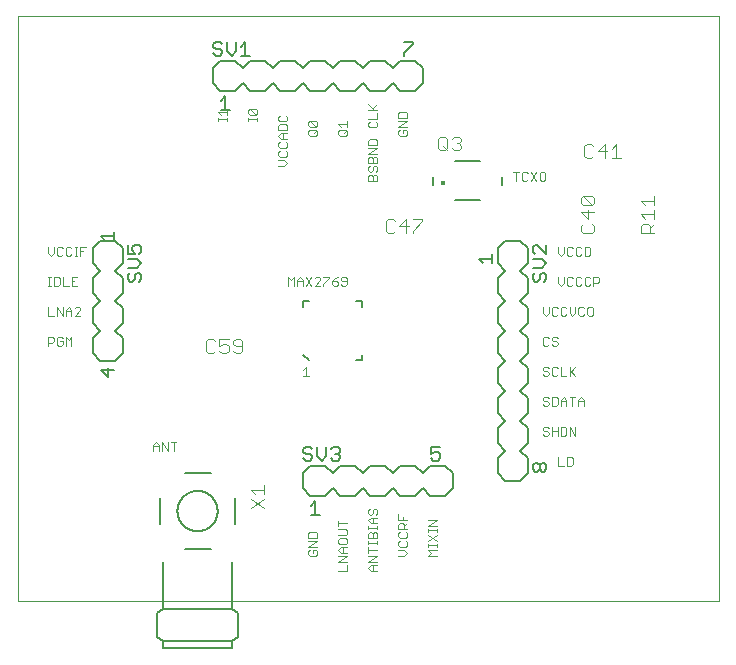
<source format=gto>
G75*
%MOIN*%
%OFA0B0*%
%FSLAX25Y25*%
%IPPOS*%
%LPD*%
%AMOC8*
5,1,8,0,0,1.08239X$1,22.5*
%
%ADD10C,0.00000*%
%ADD11C,0.00300*%
%ADD12C,0.00400*%
%ADD13C,0.00800*%
%ADD14C,0.01433*%
%ADD15C,0.00600*%
%ADD16C,0.00500*%
%ADD17C,0.00787*%
D10*
X0001000Y0017069D02*
X0001000Y0212030D01*
X0234701Y0212030D01*
X0234701Y0017069D01*
X0001000Y0017069D01*
D11*
X0046150Y0067219D02*
X0046150Y0069154D01*
X0047117Y0070122D01*
X0048085Y0069154D01*
X0048085Y0067219D01*
X0049097Y0067219D02*
X0049097Y0070122D01*
X0051031Y0067219D01*
X0051031Y0070122D01*
X0052043Y0070122D02*
X0053978Y0070122D01*
X0053011Y0070122D02*
X0053011Y0067219D01*
X0048085Y0068671D02*
X0046150Y0068671D01*
X0018978Y0102219D02*
X0018978Y0105122D01*
X0018011Y0104154D01*
X0017043Y0105122D01*
X0017043Y0102219D01*
X0016031Y0102703D02*
X0015548Y0102219D01*
X0014580Y0102219D01*
X0014097Y0102703D01*
X0014097Y0104638D01*
X0014580Y0105122D01*
X0015548Y0105122D01*
X0016031Y0104638D01*
X0016031Y0103671D02*
X0015064Y0103671D01*
X0016031Y0103671D02*
X0016031Y0102703D01*
X0013085Y0103671D02*
X0013085Y0104638D01*
X0012601Y0105122D01*
X0011150Y0105122D01*
X0011150Y0102219D01*
X0011150Y0103187D02*
X0012601Y0103187D01*
X0013085Y0103671D01*
X0013085Y0112219D02*
X0011150Y0112219D01*
X0011150Y0115122D01*
X0014097Y0115122D02*
X0016031Y0112219D01*
X0016031Y0115122D01*
X0017043Y0114154D02*
X0018011Y0115122D01*
X0018978Y0114154D01*
X0018978Y0112219D01*
X0019990Y0112219D02*
X0021925Y0114154D01*
X0021925Y0114638D01*
X0021441Y0115122D01*
X0020473Y0115122D01*
X0019990Y0114638D01*
X0018978Y0113671D02*
X0017043Y0113671D01*
X0017043Y0114154D02*
X0017043Y0112219D01*
X0014097Y0112219D02*
X0014097Y0115122D01*
X0019990Y0112219D02*
X0021925Y0112219D01*
X0020942Y0122219D02*
X0019007Y0122219D01*
X0019007Y0125122D01*
X0020942Y0125122D01*
X0019975Y0123671D02*
X0019007Y0123671D01*
X0017996Y0122219D02*
X0016061Y0122219D01*
X0016061Y0125122D01*
X0015049Y0124638D02*
X0014566Y0125122D01*
X0013114Y0125122D01*
X0013114Y0122219D01*
X0014566Y0122219D01*
X0015049Y0122703D01*
X0015049Y0124638D01*
X0012117Y0125122D02*
X0011150Y0125122D01*
X0011634Y0125122D02*
X0011634Y0122219D01*
X0012117Y0122219D02*
X0011150Y0122219D01*
X0012117Y0132219D02*
X0013085Y0133187D01*
X0013085Y0135122D01*
X0014097Y0134638D02*
X0014097Y0132703D01*
X0014580Y0132219D01*
X0015548Y0132219D01*
X0016031Y0132703D01*
X0017043Y0132703D02*
X0017527Y0132219D01*
X0018494Y0132219D01*
X0018978Y0132703D01*
X0019990Y0132219D02*
X0020957Y0132219D01*
X0020473Y0132219D02*
X0020473Y0135122D01*
X0019990Y0135122D02*
X0020957Y0135122D01*
X0021954Y0135122D02*
X0023889Y0135122D01*
X0022921Y0133671D02*
X0021954Y0133671D01*
X0021954Y0135122D02*
X0021954Y0132219D01*
X0018978Y0134638D02*
X0018494Y0135122D01*
X0017527Y0135122D01*
X0017043Y0134638D01*
X0017043Y0132703D01*
X0016031Y0134638D02*
X0015548Y0135122D01*
X0014580Y0135122D01*
X0014097Y0134638D01*
X0011150Y0135122D02*
X0011150Y0133187D01*
X0012117Y0132219D01*
X0067948Y0177219D02*
X0067948Y0178187D01*
X0067948Y0177703D02*
X0070850Y0177703D01*
X0070850Y0177219D02*
X0070850Y0178187D01*
X0070850Y0179184D02*
X0070850Y0181119D01*
X0070850Y0180151D02*
X0067948Y0180151D01*
X0068915Y0179184D01*
X0077948Y0179667D02*
X0077948Y0180635D01*
X0078431Y0181119D01*
X0080366Y0179184D01*
X0080850Y0179667D01*
X0080850Y0180635D01*
X0080366Y0181119D01*
X0078431Y0181119D01*
X0077948Y0179667D02*
X0078431Y0179184D01*
X0080366Y0179184D01*
X0080850Y0178187D02*
X0080850Y0177219D01*
X0080850Y0177703D02*
X0077948Y0177703D01*
X0077948Y0177219D02*
X0077948Y0178187D01*
X0087948Y0178403D02*
X0087948Y0177436D01*
X0088431Y0176952D01*
X0090366Y0176952D01*
X0090850Y0177436D01*
X0090850Y0178403D01*
X0090366Y0178887D01*
X0088431Y0178887D02*
X0087948Y0178403D01*
X0088431Y0175940D02*
X0087948Y0175457D01*
X0087948Y0174005D01*
X0090850Y0174005D01*
X0090850Y0175457D01*
X0090366Y0175940D01*
X0088431Y0175940D01*
X0088915Y0172994D02*
X0090850Y0172994D01*
X0089399Y0172994D02*
X0089399Y0171059D01*
X0088915Y0171059D02*
X0087948Y0172026D01*
X0088915Y0172994D01*
X0088915Y0171059D02*
X0090850Y0171059D01*
X0090366Y0170047D02*
X0090850Y0169564D01*
X0090850Y0168596D01*
X0090366Y0168112D01*
X0088431Y0168112D01*
X0087948Y0168596D01*
X0087948Y0169564D01*
X0088431Y0170047D01*
X0088431Y0167101D02*
X0087948Y0166617D01*
X0087948Y0165650D01*
X0088431Y0165166D01*
X0090366Y0165166D01*
X0090850Y0165650D01*
X0090850Y0166617D01*
X0090366Y0167101D01*
X0089883Y0164154D02*
X0087948Y0164154D01*
X0089883Y0164154D02*
X0090850Y0163187D01*
X0089883Y0162219D01*
X0087948Y0162219D01*
X0098431Y0172219D02*
X0097948Y0172703D01*
X0097948Y0173671D01*
X0098431Y0174154D01*
X0100366Y0174154D01*
X0100850Y0173671D01*
X0100850Y0172703D01*
X0100366Y0172219D01*
X0098431Y0172219D01*
X0099883Y0173187D02*
X0100850Y0174154D01*
X0100366Y0175166D02*
X0098431Y0175166D01*
X0097948Y0175650D01*
X0097948Y0176617D01*
X0098431Y0177101D01*
X0100366Y0175166D01*
X0100850Y0175650D01*
X0100850Y0176617D01*
X0100366Y0177101D01*
X0098431Y0177101D01*
X0107948Y0176133D02*
X0110850Y0176133D01*
X0110850Y0175166D02*
X0110850Y0177101D01*
X0108915Y0175166D02*
X0107948Y0176133D01*
X0108431Y0174154D02*
X0110366Y0174154D01*
X0110850Y0173671D01*
X0110850Y0172703D01*
X0110366Y0172219D01*
X0108431Y0172219D01*
X0107948Y0172703D01*
X0107948Y0173671D01*
X0108431Y0174154D01*
X0109883Y0173187D02*
X0110850Y0174154D01*
X0117948Y0175382D02*
X0118431Y0174898D01*
X0120366Y0174898D01*
X0120850Y0175382D01*
X0120850Y0176350D01*
X0120366Y0176833D01*
X0120850Y0177845D02*
X0120850Y0179780D01*
X0120850Y0180791D02*
X0117948Y0180791D01*
X0119399Y0181275D02*
X0120850Y0182726D01*
X0119883Y0180791D02*
X0117948Y0182726D01*
X0117948Y0177845D02*
X0120850Y0177845D01*
X0118431Y0176833D02*
X0117948Y0176350D01*
X0117948Y0175382D01*
X0118431Y0170940D02*
X0117948Y0170457D01*
X0117948Y0169005D01*
X0120850Y0169005D01*
X0120850Y0170457D01*
X0120366Y0170940D01*
X0118431Y0170940D01*
X0117948Y0167994D02*
X0120850Y0167994D01*
X0117948Y0166059D01*
X0120850Y0166059D01*
X0120366Y0165047D02*
X0120850Y0164564D01*
X0120850Y0163112D01*
X0117948Y0163112D01*
X0117948Y0164564D01*
X0118431Y0165047D01*
X0118915Y0165047D01*
X0119399Y0164564D01*
X0119399Y0163112D01*
X0119883Y0162101D02*
X0119399Y0161617D01*
X0119399Y0160650D01*
X0118915Y0160166D01*
X0118431Y0160166D01*
X0117948Y0160650D01*
X0117948Y0161617D01*
X0118431Y0162101D01*
X0119883Y0162101D02*
X0120366Y0162101D01*
X0120850Y0161617D01*
X0120850Y0160650D01*
X0120366Y0160166D01*
X0120366Y0159154D02*
X0120850Y0158671D01*
X0120850Y0157219D01*
X0117948Y0157219D01*
X0117948Y0158671D01*
X0118431Y0159154D01*
X0118915Y0159154D01*
X0119399Y0158671D01*
X0119399Y0157219D01*
X0119399Y0158671D02*
X0119883Y0159154D01*
X0120366Y0159154D01*
X0119399Y0164564D02*
X0119883Y0165047D01*
X0120366Y0165047D01*
X0127948Y0172703D02*
X0128431Y0172219D01*
X0130366Y0172219D01*
X0130850Y0172703D01*
X0130850Y0173671D01*
X0130366Y0174154D01*
X0129399Y0174154D01*
X0129399Y0173187D01*
X0128431Y0174154D02*
X0127948Y0173671D01*
X0127948Y0172703D01*
X0127948Y0175166D02*
X0130850Y0177101D01*
X0127948Y0177101D01*
X0127948Y0178112D02*
X0127948Y0179564D01*
X0128431Y0180047D01*
X0130366Y0180047D01*
X0130850Y0179564D01*
X0130850Y0178112D01*
X0127948Y0178112D01*
X0127948Y0175166D02*
X0130850Y0175166D01*
X0166150Y0160122D02*
X0168085Y0160122D01*
X0167117Y0160122D02*
X0167117Y0157219D01*
X0169097Y0157703D02*
X0169580Y0157219D01*
X0170548Y0157219D01*
X0171031Y0157703D01*
X0172043Y0157219D02*
X0173978Y0160122D01*
X0174990Y0159638D02*
X0175473Y0160122D01*
X0176441Y0160122D01*
X0176925Y0159638D01*
X0176925Y0157703D01*
X0176441Y0157219D01*
X0175473Y0157219D01*
X0174990Y0157703D01*
X0174990Y0159638D01*
X0173978Y0157219D02*
X0172043Y0160122D01*
X0171031Y0159638D02*
X0170548Y0160122D01*
X0169580Y0160122D01*
X0169097Y0159638D01*
X0169097Y0157703D01*
X0181150Y0135122D02*
X0181150Y0133187D01*
X0182117Y0132219D01*
X0183085Y0133187D01*
X0183085Y0135122D01*
X0184097Y0134638D02*
X0184097Y0132703D01*
X0184580Y0132219D01*
X0185548Y0132219D01*
X0186031Y0132703D01*
X0187043Y0132703D02*
X0187527Y0132219D01*
X0188494Y0132219D01*
X0188978Y0132703D01*
X0189990Y0132219D02*
X0191441Y0132219D01*
X0191925Y0132703D01*
X0191925Y0134638D01*
X0191441Y0135122D01*
X0189990Y0135122D01*
X0189990Y0132219D01*
X0188978Y0134638D02*
X0188494Y0135122D01*
X0187527Y0135122D01*
X0187043Y0134638D01*
X0187043Y0132703D01*
X0186031Y0134638D02*
X0185548Y0135122D01*
X0184580Y0135122D01*
X0184097Y0134638D01*
X0184580Y0125122D02*
X0184097Y0124638D01*
X0184097Y0122703D01*
X0184580Y0122219D01*
X0185548Y0122219D01*
X0186031Y0122703D01*
X0187043Y0122703D02*
X0187527Y0122219D01*
X0188494Y0122219D01*
X0188978Y0122703D01*
X0189990Y0122703D02*
X0190473Y0122219D01*
X0191441Y0122219D01*
X0191925Y0122703D01*
X0192936Y0122219D02*
X0192936Y0125122D01*
X0194387Y0125122D01*
X0194871Y0124638D01*
X0194871Y0123671D01*
X0194387Y0123187D01*
X0192936Y0123187D01*
X0191925Y0124638D02*
X0191441Y0125122D01*
X0190473Y0125122D01*
X0189990Y0124638D01*
X0189990Y0122703D01*
X0188978Y0124638D02*
X0188494Y0125122D01*
X0187527Y0125122D01*
X0187043Y0124638D01*
X0187043Y0122703D01*
X0186031Y0124638D02*
X0185548Y0125122D01*
X0184580Y0125122D01*
X0183085Y0125122D02*
X0183085Y0123187D01*
X0182117Y0122219D01*
X0181150Y0123187D01*
X0181150Y0125122D01*
X0180548Y0115122D02*
X0179580Y0115122D01*
X0179097Y0114638D01*
X0179097Y0112703D01*
X0179580Y0112219D01*
X0180548Y0112219D01*
X0181031Y0112703D01*
X0182043Y0112703D02*
X0182527Y0112219D01*
X0183494Y0112219D01*
X0183978Y0112703D01*
X0184990Y0113187D02*
X0185957Y0112219D01*
X0186925Y0113187D01*
X0186925Y0115122D01*
X0187936Y0114638D02*
X0187936Y0112703D01*
X0188420Y0112219D01*
X0189387Y0112219D01*
X0189871Y0112703D01*
X0190883Y0112703D02*
X0190883Y0114638D01*
X0191366Y0115122D01*
X0192334Y0115122D01*
X0192818Y0114638D01*
X0192818Y0112703D01*
X0192334Y0112219D01*
X0191366Y0112219D01*
X0190883Y0112703D01*
X0189871Y0114638D02*
X0189387Y0115122D01*
X0188420Y0115122D01*
X0187936Y0114638D01*
X0184990Y0115122D02*
X0184990Y0113187D01*
X0183978Y0114638D02*
X0183494Y0115122D01*
X0182527Y0115122D01*
X0182043Y0114638D01*
X0182043Y0112703D01*
X0181031Y0114638D02*
X0180548Y0115122D01*
X0178085Y0115122D02*
X0178085Y0113187D01*
X0177117Y0112219D01*
X0176150Y0113187D01*
X0176150Y0115122D01*
X0176634Y0105122D02*
X0176150Y0104638D01*
X0176150Y0102703D01*
X0176634Y0102219D01*
X0177601Y0102219D01*
X0178085Y0102703D01*
X0179097Y0102703D02*
X0179580Y0102219D01*
X0180548Y0102219D01*
X0181031Y0102703D01*
X0181031Y0103187D01*
X0180548Y0103671D01*
X0179580Y0103671D01*
X0179097Y0104154D01*
X0179097Y0104638D01*
X0179580Y0105122D01*
X0180548Y0105122D01*
X0181031Y0104638D01*
X0178085Y0104638D02*
X0177601Y0105122D01*
X0176634Y0105122D01*
X0176634Y0095122D02*
X0176150Y0094638D01*
X0176150Y0094154D01*
X0176634Y0093671D01*
X0177601Y0093671D01*
X0178085Y0093187D01*
X0178085Y0092703D01*
X0177601Y0092219D01*
X0176634Y0092219D01*
X0176150Y0092703D01*
X0176634Y0095122D02*
X0177601Y0095122D01*
X0178085Y0094638D01*
X0179097Y0094638D02*
X0179097Y0092703D01*
X0179580Y0092219D01*
X0180548Y0092219D01*
X0181031Y0092703D01*
X0182043Y0092219D02*
X0183978Y0092219D01*
X0184990Y0092219D02*
X0184990Y0095122D01*
X0185473Y0093671D02*
X0186925Y0092219D01*
X0184990Y0093187D02*
X0186925Y0095122D01*
X0182043Y0095122D02*
X0182043Y0092219D01*
X0181031Y0094638D02*
X0180548Y0095122D01*
X0179580Y0095122D01*
X0179097Y0094638D01*
X0179097Y0085122D02*
X0180548Y0085122D01*
X0181031Y0084638D01*
X0181031Y0082703D01*
X0180548Y0082219D01*
X0179097Y0082219D01*
X0179097Y0085122D01*
X0178085Y0084638D02*
X0177601Y0085122D01*
X0176634Y0085122D01*
X0176150Y0084638D01*
X0176150Y0084154D01*
X0176634Y0083671D01*
X0177601Y0083671D01*
X0178085Y0083187D01*
X0178085Y0082703D01*
X0177601Y0082219D01*
X0176634Y0082219D01*
X0176150Y0082703D01*
X0182043Y0082219D02*
X0182043Y0084154D01*
X0183011Y0085122D01*
X0183978Y0084154D01*
X0183978Y0082219D01*
X0183978Y0083671D02*
X0182043Y0083671D01*
X0184990Y0085122D02*
X0186925Y0085122D01*
X0185957Y0085122D02*
X0185957Y0082219D01*
X0187936Y0082219D02*
X0187936Y0084154D01*
X0188904Y0085122D01*
X0189871Y0084154D01*
X0189871Y0082219D01*
X0189871Y0083671D02*
X0187936Y0083671D01*
X0186925Y0075122D02*
X0186925Y0072219D01*
X0184990Y0075122D01*
X0184990Y0072219D01*
X0183978Y0072703D02*
X0183494Y0072219D01*
X0182043Y0072219D01*
X0182043Y0075122D01*
X0183494Y0075122D01*
X0183978Y0074638D01*
X0183978Y0072703D01*
X0181031Y0072219D02*
X0181031Y0075122D01*
X0181031Y0073671D02*
X0179097Y0073671D01*
X0178085Y0073187D02*
X0178085Y0072703D01*
X0177601Y0072219D01*
X0176634Y0072219D01*
X0176150Y0072703D01*
X0176634Y0073671D02*
X0177601Y0073671D01*
X0178085Y0073187D01*
X0179097Y0072219D02*
X0179097Y0075122D01*
X0178085Y0074638D02*
X0177601Y0075122D01*
X0176634Y0075122D01*
X0176150Y0074638D01*
X0176150Y0074154D01*
X0176634Y0073671D01*
X0181150Y0065122D02*
X0181150Y0062219D01*
X0183085Y0062219D01*
X0184097Y0062219D02*
X0184097Y0065122D01*
X0185548Y0065122D01*
X0186031Y0064638D01*
X0186031Y0062703D01*
X0185548Y0062219D01*
X0184097Y0062219D01*
X0140850Y0043976D02*
X0137948Y0043976D01*
X0137948Y0042041D02*
X0140850Y0043976D01*
X0140850Y0042041D02*
X0137948Y0042041D01*
X0137948Y0041044D02*
X0137948Y0040077D01*
X0137948Y0040560D02*
X0140850Y0040560D01*
X0140850Y0040077D02*
X0140850Y0041044D01*
X0140850Y0039065D02*
X0137948Y0037130D01*
X0137948Y0036133D02*
X0137948Y0035166D01*
X0137948Y0035650D02*
X0140850Y0035650D01*
X0140850Y0036133D02*
X0140850Y0035166D01*
X0140850Y0034154D02*
X0137948Y0034154D01*
X0138915Y0033187D01*
X0137948Y0032219D01*
X0140850Y0032219D01*
X0140850Y0037130D02*
X0137948Y0039065D01*
X0130850Y0038596D02*
X0130366Y0038112D01*
X0128431Y0038112D01*
X0127948Y0038596D01*
X0127948Y0039564D01*
X0128431Y0040047D01*
X0127948Y0041059D02*
X0127948Y0042510D01*
X0128431Y0042994D01*
X0129399Y0042994D01*
X0129883Y0042510D01*
X0129883Y0041059D01*
X0130850Y0041059D02*
X0127948Y0041059D01*
X0129883Y0042026D02*
X0130850Y0042994D01*
X0130850Y0044005D02*
X0127948Y0044005D01*
X0127948Y0045940D01*
X0129399Y0044973D02*
X0129399Y0044005D01*
X0130366Y0040047D02*
X0130850Y0039564D01*
X0130850Y0038596D01*
X0130366Y0037101D02*
X0130850Y0036617D01*
X0130850Y0035650D01*
X0130366Y0035166D01*
X0128431Y0035166D01*
X0127948Y0035650D01*
X0127948Y0036617D01*
X0128431Y0037101D01*
X0127948Y0034154D02*
X0129883Y0034154D01*
X0130850Y0033187D01*
X0129883Y0032219D01*
X0127948Y0032219D01*
X0120850Y0032101D02*
X0117948Y0032101D01*
X0117948Y0033112D02*
X0117948Y0035047D01*
X0117948Y0034080D02*
X0120850Y0034080D01*
X0120850Y0036059D02*
X0120850Y0037026D01*
X0120850Y0036543D02*
X0117948Y0036543D01*
X0117948Y0037026D02*
X0117948Y0036059D01*
X0117948Y0038023D02*
X0117948Y0039474D01*
X0118431Y0039958D01*
X0118915Y0039958D01*
X0119399Y0039474D01*
X0119399Y0038023D01*
X0120850Y0038023D02*
X0117948Y0038023D01*
X0119399Y0039474D02*
X0119883Y0039958D01*
X0120366Y0039958D01*
X0120850Y0039474D01*
X0120850Y0038023D01*
X0120850Y0040970D02*
X0120850Y0041937D01*
X0120850Y0041453D02*
X0117948Y0041453D01*
X0117948Y0040970D02*
X0117948Y0041937D01*
X0118915Y0042934D02*
X0117948Y0043902D01*
X0118915Y0044869D01*
X0120850Y0044869D01*
X0120366Y0045881D02*
X0120850Y0046364D01*
X0120850Y0047332D01*
X0120366Y0047816D01*
X0119883Y0047816D01*
X0119399Y0047332D01*
X0119399Y0046364D01*
X0118915Y0045881D01*
X0118431Y0045881D01*
X0117948Y0046364D01*
X0117948Y0047332D01*
X0118431Y0047816D01*
X0119399Y0044869D02*
X0119399Y0042934D01*
X0118915Y0042934D02*
X0120850Y0042934D01*
X0110850Y0042919D02*
X0107948Y0042919D01*
X0107948Y0041952D02*
X0107948Y0043887D01*
X0107948Y0040940D02*
X0110366Y0040940D01*
X0110850Y0040457D01*
X0110850Y0039489D01*
X0110366Y0039005D01*
X0107948Y0039005D01*
X0108431Y0037994D02*
X0107948Y0037510D01*
X0107948Y0036543D01*
X0108431Y0036059D01*
X0110366Y0036059D01*
X0110850Y0036543D01*
X0110850Y0037510D01*
X0110366Y0037994D01*
X0108431Y0037994D01*
X0108915Y0035047D02*
X0110850Y0035047D01*
X0109399Y0035047D02*
X0109399Y0033112D01*
X0108915Y0033112D02*
X0107948Y0034080D01*
X0108915Y0035047D01*
X0108915Y0033112D02*
X0110850Y0033112D01*
X0110850Y0032101D02*
X0107948Y0032101D01*
X0107948Y0030166D02*
X0110850Y0032101D01*
X0110850Y0030166D02*
X0107948Y0030166D01*
X0110850Y0029154D02*
X0110850Y0027219D01*
X0107948Y0027219D01*
X0100850Y0032703D02*
X0100850Y0033671D01*
X0100366Y0034154D01*
X0099399Y0034154D01*
X0099399Y0033187D01*
X0098431Y0032219D02*
X0100366Y0032219D01*
X0100850Y0032703D01*
X0100850Y0035166D02*
X0097948Y0035166D01*
X0100850Y0037101D01*
X0097948Y0037101D01*
X0097948Y0038112D02*
X0097948Y0039564D01*
X0098431Y0040047D01*
X0100366Y0040047D01*
X0100850Y0039564D01*
X0100850Y0038112D01*
X0097948Y0038112D01*
X0098431Y0034154D02*
X0097948Y0033671D01*
X0097948Y0032703D01*
X0098431Y0032219D01*
X0117948Y0030166D02*
X0120850Y0032101D01*
X0120850Y0030166D02*
X0117948Y0030166D01*
X0118915Y0029154D02*
X0120850Y0029154D01*
X0119399Y0029154D02*
X0119399Y0027219D01*
X0118915Y0027219D02*
X0117948Y0028187D01*
X0118915Y0029154D01*
X0118915Y0027219D02*
X0120850Y0027219D01*
X0098085Y0092219D02*
X0096150Y0092219D01*
X0097117Y0092219D02*
X0097117Y0095122D01*
X0096150Y0094154D01*
X0096031Y0122219D02*
X0096031Y0124154D01*
X0095064Y0125122D01*
X0094097Y0124154D01*
X0094097Y0122219D01*
X0093085Y0122219D02*
X0093085Y0125122D01*
X0092117Y0124154D01*
X0091150Y0125122D01*
X0091150Y0122219D01*
X0094097Y0123671D02*
X0096031Y0123671D01*
X0097043Y0125122D02*
X0098978Y0122219D01*
X0099990Y0122219D02*
X0101925Y0124154D01*
X0101925Y0124638D01*
X0101441Y0125122D01*
X0100473Y0125122D01*
X0099990Y0124638D01*
X0098978Y0125122D02*
X0097043Y0122219D01*
X0099990Y0122219D02*
X0101925Y0122219D01*
X0102936Y0122219D02*
X0102936Y0122703D01*
X0104871Y0124638D01*
X0104871Y0125122D01*
X0102936Y0125122D01*
X0105883Y0123671D02*
X0105883Y0122703D01*
X0106366Y0122219D01*
X0107334Y0122219D01*
X0107818Y0122703D01*
X0107818Y0123187D01*
X0107334Y0123671D01*
X0105883Y0123671D01*
X0106850Y0124638D01*
X0107818Y0125122D01*
X0108829Y0124638D02*
X0108829Y0124154D01*
X0109313Y0123671D01*
X0110764Y0123671D01*
X0110764Y0124638D02*
X0110280Y0125122D01*
X0109313Y0125122D01*
X0108829Y0124638D01*
X0108829Y0122703D02*
X0109313Y0122219D01*
X0110280Y0122219D01*
X0110764Y0122703D01*
X0110764Y0124638D01*
D12*
X0124467Y0139769D02*
X0126002Y0139769D01*
X0126769Y0140537D01*
X0128304Y0142071D02*
X0131373Y0142071D01*
X0132908Y0140537D02*
X0132908Y0139769D01*
X0132908Y0140537D02*
X0135977Y0143606D01*
X0135977Y0144373D01*
X0132908Y0144373D01*
X0130606Y0144373D02*
X0128304Y0142071D01*
X0126769Y0143606D02*
X0126002Y0144373D01*
X0124467Y0144373D01*
X0123700Y0143606D01*
X0123700Y0140537D01*
X0124467Y0139769D01*
X0130606Y0139769D02*
X0130606Y0144373D01*
X0141967Y0167269D02*
X0141200Y0168037D01*
X0141200Y0171106D01*
X0141967Y0171873D01*
X0143502Y0171873D01*
X0144269Y0171106D01*
X0144269Y0168037D01*
X0143502Y0167269D01*
X0141967Y0167269D01*
X0142735Y0168804D02*
X0144269Y0167269D01*
X0145804Y0168037D02*
X0146571Y0167269D01*
X0148106Y0167269D01*
X0148873Y0168037D01*
X0148873Y0168804D01*
X0148106Y0169571D01*
X0147339Y0169571D01*
X0148106Y0169571D02*
X0148873Y0170339D01*
X0148873Y0171106D01*
X0148106Y0171873D01*
X0146571Y0171873D01*
X0145804Y0171106D01*
X0189888Y0168606D02*
X0189888Y0165537D01*
X0190656Y0164769D01*
X0192190Y0164769D01*
X0192957Y0165537D01*
X0194492Y0167071D02*
X0197561Y0167071D01*
X0199096Y0167839D02*
X0200631Y0169373D01*
X0200631Y0164769D01*
X0202165Y0164769D02*
X0199096Y0164769D01*
X0196794Y0164769D02*
X0196794Y0169373D01*
X0194492Y0167071D01*
X0192957Y0168606D02*
X0192190Y0169373D01*
X0190656Y0169373D01*
X0189888Y0168606D01*
X0189463Y0152046D02*
X0192533Y0148977D01*
X0193300Y0149744D01*
X0193300Y0151279D01*
X0192533Y0152046D01*
X0189463Y0152046D01*
X0188696Y0151279D01*
X0188696Y0149744D01*
X0189463Y0148977D01*
X0192533Y0148977D01*
X0190998Y0147442D02*
X0190998Y0144373D01*
X0188696Y0146675D01*
X0193300Y0146675D01*
X0192533Y0142839D02*
X0193300Y0142071D01*
X0193300Y0140537D01*
X0192533Y0139769D01*
X0189463Y0139769D01*
X0188696Y0140537D01*
X0188696Y0142071D01*
X0189463Y0142839D01*
X0208696Y0142071D02*
X0208696Y0139769D01*
X0213300Y0139769D01*
X0211765Y0139769D02*
X0211765Y0142071D01*
X0210998Y0142839D01*
X0209463Y0142839D01*
X0208696Y0142071D01*
X0210231Y0144373D02*
X0208696Y0145908D01*
X0213300Y0145908D01*
X0213300Y0147442D02*
X0213300Y0144373D01*
X0213300Y0142839D02*
X0211765Y0141304D01*
X0210231Y0148977D02*
X0208696Y0150512D01*
X0213300Y0150512D01*
X0213300Y0152046D02*
X0213300Y0148977D01*
X0083300Y0055735D02*
X0083300Y0052665D01*
X0083300Y0051131D02*
X0078696Y0048061D01*
X0078696Y0051131D02*
X0083300Y0048061D01*
X0080231Y0052665D02*
X0078696Y0054200D01*
X0083300Y0054200D01*
X0075210Y0099769D02*
X0075977Y0100537D01*
X0075977Y0103606D01*
X0075210Y0104373D01*
X0073675Y0104373D01*
X0072908Y0103606D01*
X0072908Y0102839D01*
X0073675Y0102071D01*
X0075977Y0102071D01*
X0075210Y0099769D02*
X0073675Y0099769D01*
X0072908Y0100537D01*
X0071373Y0100537D02*
X0070606Y0099769D01*
X0069071Y0099769D01*
X0068304Y0100537D01*
X0068304Y0102071D02*
X0069839Y0102839D01*
X0070606Y0102839D01*
X0071373Y0102071D01*
X0071373Y0100537D01*
X0071373Y0104373D02*
X0068304Y0104373D01*
X0068304Y0102071D01*
X0066769Y0100537D02*
X0066002Y0099769D01*
X0064467Y0099769D01*
X0063700Y0100537D01*
X0063700Y0103606D01*
X0064467Y0104373D01*
X0066002Y0104373D01*
X0066769Y0103606D01*
D13*
X0065331Y0059668D02*
X0056669Y0059668D01*
X0048402Y0051400D02*
X0048402Y0042739D01*
X0056669Y0034471D02*
X0065331Y0034471D01*
X0072417Y0030140D02*
X0072417Y0014392D01*
X0049583Y0014392D01*
X0047614Y0013211D01*
X0047614Y0004943D01*
X0049583Y0003762D01*
X0072417Y0003762D01*
X0072417Y0001400D01*
X0049583Y0001400D01*
X0049583Y0003762D01*
X0049583Y0014392D02*
X0049583Y0030140D01*
X0054307Y0047069D02*
X0054309Y0047233D01*
X0054315Y0047397D01*
X0054325Y0047561D01*
X0054339Y0047725D01*
X0054357Y0047888D01*
X0054379Y0048051D01*
X0054406Y0048213D01*
X0054436Y0048375D01*
X0054470Y0048535D01*
X0054508Y0048695D01*
X0054549Y0048854D01*
X0054595Y0049012D01*
X0054645Y0049168D01*
X0054698Y0049324D01*
X0054755Y0049478D01*
X0054816Y0049630D01*
X0054881Y0049781D01*
X0054950Y0049931D01*
X0055022Y0050078D01*
X0055097Y0050224D01*
X0055177Y0050368D01*
X0055259Y0050510D01*
X0055345Y0050650D01*
X0055435Y0050787D01*
X0055528Y0050923D01*
X0055624Y0051056D01*
X0055724Y0051187D01*
X0055826Y0051315D01*
X0055932Y0051441D01*
X0056041Y0051564D01*
X0056153Y0051684D01*
X0056267Y0051802D01*
X0056385Y0051916D01*
X0056505Y0052028D01*
X0056628Y0052137D01*
X0056754Y0052243D01*
X0056882Y0052345D01*
X0057013Y0052445D01*
X0057146Y0052541D01*
X0057282Y0052634D01*
X0057419Y0052724D01*
X0057559Y0052810D01*
X0057701Y0052892D01*
X0057845Y0052972D01*
X0057991Y0053047D01*
X0058138Y0053119D01*
X0058288Y0053188D01*
X0058439Y0053253D01*
X0058591Y0053314D01*
X0058745Y0053371D01*
X0058901Y0053424D01*
X0059057Y0053474D01*
X0059215Y0053520D01*
X0059374Y0053561D01*
X0059534Y0053599D01*
X0059694Y0053633D01*
X0059856Y0053663D01*
X0060018Y0053690D01*
X0060181Y0053712D01*
X0060344Y0053730D01*
X0060508Y0053744D01*
X0060672Y0053754D01*
X0060836Y0053760D01*
X0061000Y0053762D01*
X0061164Y0053760D01*
X0061328Y0053754D01*
X0061492Y0053744D01*
X0061656Y0053730D01*
X0061819Y0053712D01*
X0061982Y0053690D01*
X0062144Y0053663D01*
X0062306Y0053633D01*
X0062466Y0053599D01*
X0062626Y0053561D01*
X0062785Y0053520D01*
X0062943Y0053474D01*
X0063099Y0053424D01*
X0063255Y0053371D01*
X0063409Y0053314D01*
X0063561Y0053253D01*
X0063712Y0053188D01*
X0063862Y0053119D01*
X0064009Y0053047D01*
X0064155Y0052972D01*
X0064299Y0052892D01*
X0064441Y0052810D01*
X0064581Y0052724D01*
X0064718Y0052634D01*
X0064854Y0052541D01*
X0064987Y0052445D01*
X0065118Y0052345D01*
X0065246Y0052243D01*
X0065372Y0052137D01*
X0065495Y0052028D01*
X0065615Y0051916D01*
X0065733Y0051802D01*
X0065847Y0051684D01*
X0065959Y0051564D01*
X0066068Y0051441D01*
X0066174Y0051315D01*
X0066276Y0051187D01*
X0066376Y0051056D01*
X0066472Y0050923D01*
X0066565Y0050787D01*
X0066655Y0050650D01*
X0066741Y0050510D01*
X0066823Y0050368D01*
X0066903Y0050224D01*
X0066978Y0050078D01*
X0067050Y0049931D01*
X0067119Y0049781D01*
X0067184Y0049630D01*
X0067245Y0049478D01*
X0067302Y0049324D01*
X0067355Y0049168D01*
X0067405Y0049012D01*
X0067451Y0048854D01*
X0067492Y0048695D01*
X0067530Y0048535D01*
X0067564Y0048375D01*
X0067594Y0048213D01*
X0067621Y0048051D01*
X0067643Y0047888D01*
X0067661Y0047725D01*
X0067675Y0047561D01*
X0067685Y0047397D01*
X0067691Y0047233D01*
X0067693Y0047069D01*
X0067691Y0046905D01*
X0067685Y0046741D01*
X0067675Y0046577D01*
X0067661Y0046413D01*
X0067643Y0046250D01*
X0067621Y0046087D01*
X0067594Y0045925D01*
X0067564Y0045763D01*
X0067530Y0045603D01*
X0067492Y0045443D01*
X0067451Y0045284D01*
X0067405Y0045126D01*
X0067355Y0044970D01*
X0067302Y0044814D01*
X0067245Y0044660D01*
X0067184Y0044508D01*
X0067119Y0044357D01*
X0067050Y0044207D01*
X0066978Y0044060D01*
X0066903Y0043914D01*
X0066823Y0043770D01*
X0066741Y0043628D01*
X0066655Y0043488D01*
X0066565Y0043351D01*
X0066472Y0043215D01*
X0066376Y0043082D01*
X0066276Y0042951D01*
X0066174Y0042823D01*
X0066068Y0042697D01*
X0065959Y0042574D01*
X0065847Y0042454D01*
X0065733Y0042336D01*
X0065615Y0042222D01*
X0065495Y0042110D01*
X0065372Y0042001D01*
X0065246Y0041895D01*
X0065118Y0041793D01*
X0064987Y0041693D01*
X0064854Y0041597D01*
X0064718Y0041504D01*
X0064581Y0041414D01*
X0064441Y0041328D01*
X0064299Y0041246D01*
X0064155Y0041166D01*
X0064009Y0041091D01*
X0063862Y0041019D01*
X0063712Y0040950D01*
X0063561Y0040885D01*
X0063409Y0040824D01*
X0063255Y0040767D01*
X0063099Y0040714D01*
X0062943Y0040664D01*
X0062785Y0040618D01*
X0062626Y0040577D01*
X0062466Y0040539D01*
X0062306Y0040505D01*
X0062144Y0040475D01*
X0061982Y0040448D01*
X0061819Y0040426D01*
X0061656Y0040408D01*
X0061492Y0040394D01*
X0061328Y0040384D01*
X0061164Y0040378D01*
X0061000Y0040376D01*
X0060836Y0040378D01*
X0060672Y0040384D01*
X0060508Y0040394D01*
X0060344Y0040408D01*
X0060181Y0040426D01*
X0060018Y0040448D01*
X0059856Y0040475D01*
X0059694Y0040505D01*
X0059534Y0040539D01*
X0059374Y0040577D01*
X0059215Y0040618D01*
X0059057Y0040664D01*
X0058901Y0040714D01*
X0058745Y0040767D01*
X0058591Y0040824D01*
X0058439Y0040885D01*
X0058288Y0040950D01*
X0058138Y0041019D01*
X0057991Y0041091D01*
X0057845Y0041166D01*
X0057701Y0041246D01*
X0057559Y0041328D01*
X0057419Y0041414D01*
X0057282Y0041504D01*
X0057146Y0041597D01*
X0057013Y0041693D01*
X0056882Y0041793D01*
X0056754Y0041895D01*
X0056628Y0042001D01*
X0056505Y0042110D01*
X0056385Y0042222D01*
X0056267Y0042336D01*
X0056153Y0042454D01*
X0056041Y0042574D01*
X0055932Y0042697D01*
X0055826Y0042823D01*
X0055724Y0042951D01*
X0055624Y0043082D01*
X0055528Y0043215D01*
X0055435Y0043351D01*
X0055345Y0043488D01*
X0055259Y0043628D01*
X0055177Y0043770D01*
X0055097Y0043914D01*
X0055022Y0044060D01*
X0054950Y0044207D01*
X0054881Y0044357D01*
X0054816Y0044508D01*
X0054755Y0044660D01*
X0054698Y0044814D01*
X0054645Y0044970D01*
X0054595Y0045126D01*
X0054549Y0045284D01*
X0054508Y0045443D01*
X0054470Y0045603D01*
X0054436Y0045763D01*
X0054406Y0045925D01*
X0054379Y0046087D01*
X0054357Y0046250D01*
X0054339Y0046413D01*
X0054325Y0046577D01*
X0054315Y0046741D01*
X0054309Y0046905D01*
X0054307Y0047069D01*
X0073598Y0042739D02*
X0073598Y0051400D01*
X0072417Y0014392D02*
X0074386Y0013211D01*
X0074386Y0004943D01*
X0072417Y0003762D01*
X0146866Y0150573D02*
X0155134Y0150573D01*
X0162417Y0155888D02*
X0162417Y0158250D01*
X0155134Y0163565D02*
X0146866Y0163565D01*
X0139583Y0158250D02*
X0139583Y0155888D01*
D14*
X0142929Y0156282D03*
D15*
X0163500Y0137069D02*
X0161000Y0134569D01*
X0161000Y0129569D01*
X0163500Y0127069D01*
X0161000Y0124569D01*
X0161000Y0119569D01*
X0163500Y0117069D01*
X0161000Y0114569D01*
X0161000Y0109569D01*
X0163500Y0107069D01*
X0161000Y0104569D01*
X0161000Y0099569D01*
X0163500Y0097069D01*
X0161000Y0094569D01*
X0161000Y0089569D01*
X0163500Y0087069D01*
X0161000Y0084569D01*
X0161000Y0079569D01*
X0163500Y0077069D01*
X0161000Y0074569D01*
X0161000Y0069569D01*
X0163500Y0067069D01*
X0161000Y0064569D01*
X0161000Y0059569D01*
X0163500Y0057069D01*
X0168500Y0057069D01*
X0171000Y0059569D01*
X0171000Y0064569D01*
X0168500Y0067069D01*
X0171000Y0069569D01*
X0171000Y0074569D01*
X0168500Y0077069D01*
X0171000Y0079569D01*
X0171000Y0084569D01*
X0168500Y0087069D01*
X0171000Y0089569D01*
X0171000Y0094569D01*
X0168500Y0097069D01*
X0171000Y0099569D01*
X0171000Y0104569D01*
X0168500Y0107069D01*
X0171000Y0109569D01*
X0171000Y0114569D01*
X0168500Y0117069D01*
X0171000Y0119569D01*
X0171000Y0124569D01*
X0168500Y0127069D01*
X0171000Y0129569D01*
X0171000Y0134569D01*
X0168500Y0137069D01*
X0163500Y0137069D01*
X0133500Y0187069D02*
X0128500Y0187069D01*
X0126000Y0189569D01*
X0123500Y0187069D01*
X0118500Y0187069D01*
X0116000Y0189569D01*
X0113500Y0187069D01*
X0108500Y0187069D01*
X0106000Y0189569D01*
X0103500Y0187069D01*
X0098500Y0187069D01*
X0096000Y0189569D01*
X0093500Y0187069D01*
X0088500Y0187069D01*
X0086000Y0189569D01*
X0083500Y0187069D01*
X0078500Y0187069D01*
X0076000Y0189569D01*
X0073500Y0187069D01*
X0068500Y0187069D01*
X0066000Y0189569D01*
X0066000Y0194569D01*
X0068500Y0197069D01*
X0073500Y0197069D01*
X0076000Y0194569D01*
X0078500Y0197069D01*
X0083500Y0197069D01*
X0086000Y0194569D01*
X0088500Y0197069D01*
X0093500Y0197069D01*
X0096000Y0194569D01*
X0098500Y0197069D01*
X0103500Y0197069D01*
X0106000Y0194569D01*
X0108500Y0197069D01*
X0113500Y0197069D01*
X0116000Y0194569D01*
X0118500Y0197069D01*
X0123500Y0197069D01*
X0126000Y0194569D01*
X0128500Y0197069D01*
X0133500Y0197069D01*
X0136000Y0194569D01*
X0136000Y0189569D01*
X0133500Y0187069D01*
X0036000Y0134569D02*
X0036000Y0129569D01*
X0033500Y0127069D01*
X0036000Y0124569D01*
X0036000Y0119569D01*
X0033500Y0117069D01*
X0036000Y0114569D01*
X0036000Y0109569D01*
X0033500Y0107069D01*
X0036000Y0104569D01*
X0036000Y0099569D01*
X0033500Y0097069D01*
X0028500Y0097069D01*
X0026000Y0099569D01*
X0026000Y0104569D01*
X0028500Y0107069D01*
X0026000Y0109569D01*
X0026000Y0114569D01*
X0028500Y0117069D01*
X0026000Y0119569D01*
X0026000Y0124569D01*
X0028500Y0127069D01*
X0026000Y0129569D01*
X0026000Y0134569D01*
X0028500Y0137069D01*
X0033500Y0137069D01*
X0036000Y0134569D01*
X0098500Y0062069D02*
X0096000Y0059569D01*
X0096000Y0054569D01*
X0098500Y0052069D01*
X0103500Y0052069D01*
X0106000Y0054569D01*
X0108500Y0052069D01*
X0113500Y0052069D01*
X0116000Y0054569D01*
X0118500Y0052069D01*
X0123500Y0052069D01*
X0126000Y0054569D01*
X0128500Y0052069D01*
X0133500Y0052069D01*
X0136000Y0054569D01*
X0138500Y0052069D01*
X0143500Y0052069D01*
X0146000Y0054569D01*
X0146000Y0059569D01*
X0143500Y0062069D01*
X0138500Y0062069D01*
X0136000Y0059569D01*
X0133500Y0062069D01*
X0128500Y0062069D01*
X0126000Y0059569D01*
X0123500Y0062069D01*
X0118500Y0062069D01*
X0116000Y0059569D01*
X0113500Y0062069D01*
X0108500Y0062069D01*
X0106000Y0059569D01*
X0103500Y0062069D01*
X0098500Y0062069D01*
D16*
X0098502Y0063819D02*
X0097001Y0063819D01*
X0096250Y0064570D01*
X0097001Y0066071D02*
X0098502Y0066071D01*
X0099253Y0065321D01*
X0099253Y0064570D01*
X0098502Y0063819D01*
X0100854Y0065321D02*
X0102355Y0063819D01*
X0103856Y0065321D01*
X0103856Y0068323D01*
X0105458Y0067572D02*
X0106208Y0068323D01*
X0107710Y0068323D01*
X0108460Y0067572D01*
X0108460Y0066822D01*
X0107710Y0066071D01*
X0108460Y0065321D01*
X0108460Y0064570D01*
X0107710Y0063819D01*
X0106208Y0063819D01*
X0105458Y0064570D01*
X0106959Y0066071D02*
X0107710Y0066071D01*
X0100854Y0065321D02*
X0100854Y0068323D01*
X0099253Y0067572D02*
X0098502Y0068323D01*
X0097001Y0068323D01*
X0096250Y0067572D01*
X0096250Y0066822D01*
X0097001Y0066071D01*
X0100251Y0050323D02*
X0100251Y0045819D01*
X0098750Y0045819D02*
X0101753Y0045819D01*
X0098750Y0048822D02*
X0100251Y0050323D01*
X0138750Y0064570D02*
X0139501Y0063819D01*
X0141002Y0063819D01*
X0141753Y0064570D01*
X0141753Y0066071D01*
X0141002Y0066822D01*
X0140251Y0066822D01*
X0138750Y0066071D01*
X0138750Y0068323D01*
X0141753Y0068323D01*
X0172746Y0062467D02*
X0172746Y0060966D01*
X0173497Y0060215D01*
X0174247Y0060215D01*
X0174998Y0060966D01*
X0174998Y0062467D01*
X0175749Y0063218D01*
X0176499Y0063218D01*
X0177250Y0062467D01*
X0177250Y0060966D01*
X0176499Y0060215D01*
X0175749Y0060215D01*
X0174998Y0060966D01*
X0174998Y0062467D02*
X0174247Y0063218D01*
X0173497Y0063218D01*
X0172746Y0062467D01*
X0173497Y0123507D02*
X0174247Y0123507D01*
X0174998Y0124258D01*
X0174998Y0125759D01*
X0175749Y0126510D01*
X0176499Y0126510D01*
X0177250Y0125759D01*
X0177250Y0124258D01*
X0176499Y0123507D01*
X0173497Y0123507D02*
X0172746Y0124258D01*
X0172746Y0125759D01*
X0173497Y0126510D01*
X0172746Y0128111D02*
X0175749Y0128111D01*
X0177250Y0129613D01*
X0175749Y0131114D01*
X0172746Y0131114D01*
X0173497Y0132715D02*
X0172746Y0133466D01*
X0172746Y0134967D01*
X0173497Y0135718D01*
X0174247Y0135718D01*
X0177250Y0132715D01*
X0177250Y0135718D01*
X0159250Y0132718D02*
X0159250Y0129715D01*
X0159250Y0131217D02*
X0154746Y0131217D01*
X0156247Y0129715D01*
X0129750Y0198819D02*
X0129750Y0199570D01*
X0132753Y0202572D01*
X0132753Y0203323D01*
X0129750Y0203323D01*
X0078460Y0198819D02*
X0075458Y0198819D01*
X0076959Y0198819D02*
X0076959Y0203323D01*
X0075458Y0201822D01*
X0073856Y0200321D02*
X0073856Y0203323D01*
X0070854Y0203323D02*
X0070854Y0200321D01*
X0072355Y0198819D01*
X0073856Y0200321D01*
X0069253Y0200321D02*
X0069253Y0199570D01*
X0068502Y0198819D01*
X0067001Y0198819D01*
X0066250Y0199570D01*
X0067001Y0201071D02*
X0068502Y0201071D01*
X0069253Y0200321D01*
X0069253Y0202572D02*
X0068502Y0203323D01*
X0067001Y0203323D01*
X0066250Y0202572D01*
X0066250Y0201822D01*
X0067001Y0201071D01*
X0070251Y0185323D02*
X0070251Y0180819D01*
X0068750Y0180819D02*
X0071753Y0180819D01*
X0068750Y0183822D02*
X0070251Y0185323D01*
X0033250Y0140218D02*
X0033250Y0137215D01*
X0033250Y0138717D02*
X0028746Y0138717D01*
X0030247Y0137215D01*
X0037746Y0135718D02*
X0037746Y0132715D01*
X0039998Y0132715D01*
X0039247Y0134217D01*
X0039247Y0134967D01*
X0039998Y0135718D01*
X0041499Y0135718D01*
X0042250Y0134967D01*
X0042250Y0133466D01*
X0041499Y0132715D01*
X0040749Y0131114D02*
X0037746Y0131114D01*
X0037746Y0128111D02*
X0040749Y0128111D01*
X0042250Y0129613D01*
X0040749Y0131114D01*
X0040749Y0126510D02*
X0041499Y0126510D01*
X0042250Y0125759D01*
X0042250Y0124258D01*
X0041499Y0123507D01*
X0039998Y0124258D02*
X0039247Y0123507D01*
X0038497Y0123507D01*
X0037746Y0124258D01*
X0037746Y0125759D01*
X0038497Y0126510D01*
X0039998Y0125759D02*
X0039998Y0124258D01*
X0039998Y0125759D02*
X0040749Y0126510D01*
X0030998Y0094718D02*
X0030998Y0091715D01*
X0028746Y0093967D01*
X0033250Y0093967D01*
D17*
X0096157Y0099195D02*
X0098126Y0097227D01*
X0113874Y0097227D02*
X0115843Y0097227D01*
X0115843Y0099195D01*
X0115843Y0114943D02*
X0115843Y0116912D01*
X0113874Y0116912D01*
X0098126Y0116912D02*
X0096157Y0116912D01*
X0096157Y0114943D01*
M02*

</source>
